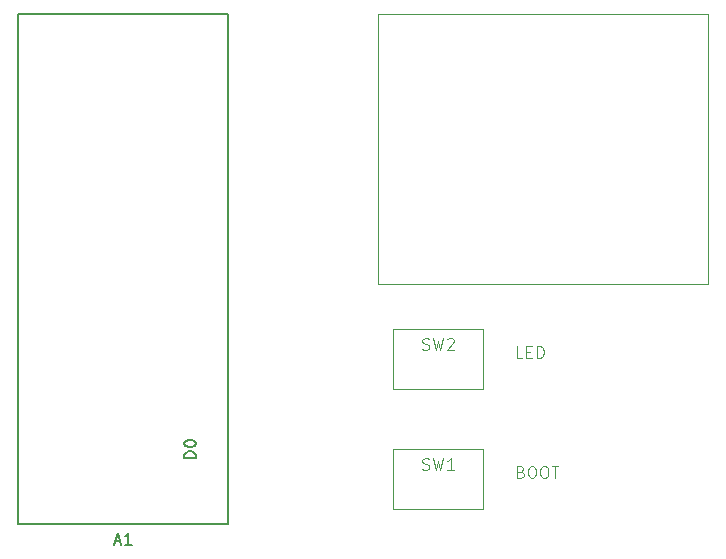
<source format=gbr>
%TF.GenerationSoftware,KiCad,Pcbnew,8.0.3-8.0.3-0~ubuntu22.04.1*%
%TF.CreationDate,2024-06-19T00:00:58-04:00*%
%TF.ProjectId,arduino-nano-esp32,61726475-696e-46f2-9d6e-616e6f2d6573,rev?*%
%TF.SameCoordinates,Original*%
%TF.FileFunction,Legend,Top*%
%TF.FilePolarity,Positive*%
%FSLAX46Y46*%
G04 Gerber Fmt 4.6, Leading zero omitted, Abs format (unit mm)*
G04 Created by KiCad (PCBNEW 8.0.3-8.0.3-0~ubuntu22.04.1) date 2024-06-19 00:00:58*
%MOMM*%
%LPD*%
G01*
G04 APERTURE LIST*
%ADD10C,0.100000*%
%ADD11C,0.150000*%
G04 APERTURE END LIST*
D10*
X142877217Y-111108609D02*
X143020074Y-111156228D01*
X143020074Y-111156228D02*
X143067693Y-111203847D01*
X143067693Y-111203847D02*
X143115312Y-111299085D01*
X143115312Y-111299085D02*
X143115312Y-111441942D01*
X143115312Y-111441942D02*
X143067693Y-111537180D01*
X143067693Y-111537180D02*
X143020074Y-111584800D01*
X143020074Y-111584800D02*
X142924836Y-111632419D01*
X142924836Y-111632419D02*
X142543884Y-111632419D01*
X142543884Y-111632419D02*
X142543884Y-110632419D01*
X142543884Y-110632419D02*
X142877217Y-110632419D01*
X142877217Y-110632419D02*
X142972455Y-110680038D01*
X142972455Y-110680038D02*
X143020074Y-110727657D01*
X143020074Y-110727657D02*
X143067693Y-110822895D01*
X143067693Y-110822895D02*
X143067693Y-110918133D01*
X143067693Y-110918133D02*
X143020074Y-111013371D01*
X143020074Y-111013371D02*
X142972455Y-111060990D01*
X142972455Y-111060990D02*
X142877217Y-111108609D01*
X142877217Y-111108609D02*
X142543884Y-111108609D01*
X143734360Y-110632419D02*
X143924836Y-110632419D01*
X143924836Y-110632419D02*
X144020074Y-110680038D01*
X144020074Y-110680038D02*
X144115312Y-110775276D01*
X144115312Y-110775276D02*
X144162931Y-110965752D01*
X144162931Y-110965752D02*
X144162931Y-111299085D01*
X144162931Y-111299085D02*
X144115312Y-111489561D01*
X144115312Y-111489561D02*
X144020074Y-111584800D01*
X144020074Y-111584800D02*
X143924836Y-111632419D01*
X143924836Y-111632419D02*
X143734360Y-111632419D01*
X143734360Y-111632419D02*
X143639122Y-111584800D01*
X143639122Y-111584800D02*
X143543884Y-111489561D01*
X143543884Y-111489561D02*
X143496265Y-111299085D01*
X143496265Y-111299085D02*
X143496265Y-110965752D01*
X143496265Y-110965752D02*
X143543884Y-110775276D01*
X143543884Y-110775276D02*
X143639122Y-110680038D01*
X143639122Y-110680038D02*
X143734360Y-110632419D01*
X144781979Y-110632419D02*
X144972455Y-110632419D01*
X144972455Y-110632419D02*
X145067693Y-110680038D01*
X145067693Y-110680038D02*
X145162931Y-110775276D01*
X145162931Y-110775276D02*
X145210550Y-110965752D01*
X145210550Y-110965752D02*
X145210550Y-111299085D01*
X145210550Y-111299085D02*
X145162931Y-111489561D01*
X145162931Y-111489561D02*
X145067693Y-111584800D01*
X145067693Y-111584800D02*
X144972455Y-111632419D01*
X144972455Y-111632419D02*
X144781979Y-111632419D01*
X144781979Y-111632419D02*
X144686741Y-111584800D01*
X144686741Y-111584800D02*
X144591503Y-111489561D01*
X144591503Y-111489561D02*
X144543884Y-111299085D01*
X144543884Y-111299085D02*
X144543884Y-110965752D01*
X144543884Y-110965752D02*
X144591503Y-110775276D01*
X144591503Y-110775276D02*
X144686741Y-110680038D01*
X144686741Y-110680038D02*
X144781979Y-110632419D01*
X145496265Y-110632419D02*
X146067693Y-110632419D01*
X145781979Y-111632419D02*
X145781979Y-110632419D01*
X143020074Y-101472419D02*
X142543884Y-101472419D01*
X142543884Y-101472419D02*
X142543884Y-100472419D01*
X143353408Y-100948609D02*
X143686741Y-100948609D01*
X143829598Y-101472419D02*
X143353408Y-101472419D01*
X143353408Y-101472419D02*
X143353408Y-100472419D01*
X143353408Y-100472419D02*
X143829598Y-100472419D01*
X144258170Y-101472419D02*
X144258170Y-100472419D01*
X144258170Y-100472419D02*
X144496265Y-100472419D01*
X144496265Y-100472419D02*
X144639122Y-100520038D01*
X144639122Y-100520038D02*
X144734360Y-100615276D01*
X144734360Y-100615276D02*
X144781979Y-100710514D01*
X144781979Y-100710514D02*
X144829598Y-100900990D01*
X144829598Y-100900990D02*
X144829598Y-101043847D01*
X144829598Y-101043847D02*
X144781979Y-101234323D01*
X144781979Y-101234323D02*
X144734360Y-101329561D01*
X144734360Y-101329561D02*
X144639122Y-101424800D01*
X144639122Y-101424800D02*
X144496265Y-101472419D01*
X144496265Y-101472419D02*
X144258170Y-101472419D01*
X134556667Y-100739800D02*
X134699524Y-100787419D01*
X134699524Y-100787419D02*
X134937619Y-100787419D01*
X134937619Y-100787419D02*
X135032857Y-100739800D01*
X135032857Y-100739800D02*
X135080476Y-100692180D01*
X135080476Y-100692180D02*
X135128095Y-100596942D01*
X135128095Y-100596942D02*
X135128095Y-100501704D01*
X135128095Y-100501704D02*
X135080476Y-100406466D01*
X135080476Y-100406466D02*
X135032857Y-100358847D01*
X135032857Y-100358847D02*
X134937619Y-100311228D01*
X134937619Y-100311228D02*
X134747143Y-100263609D01*
X134747143Y-100263609D02*
X134651905Y-100215990D01*
X134651905Y-100215990D02*
X134604286Y-100168371D01*
X134604286Y-100168371D02*
X134556667Y-100073133D01*
X134556667Y-100073133D02*
X134556667Y-99977895D01*
X134556667Y-99977895D02*
X134604286Y-99882657D01*
X134604286Y-99882657D02*
X134651905Y-99835038D01*
X134651905Y-99835038D02*
X134747143Y-99787419D01*
X134747143Y-99787419D02*
X134985238Y-99787419D01*
X134985238Y-99787419D02*
X135128095Y-99835038D01*
X135461429Y-99787419D02*
X135699524Y-100787419D01*
X135699524Y-100787419D02*
X135890000Y-100073133D01*
X135890000Y-100073133D02*
X136080476Y-100787419D01*
X136080476Y-100787419D02*
X136318572Y-99787419D01*
X136651905Y-99882657D02*
X136699524Y-99835038D01*
X136699524Y-99835038D02*
X136794762Y-99787419D01*
X136794762Y-99787419D02*
X137032857Y-99787419D01*
X137032857Y-99787419D02*
X137128095Y-99835038D01*
X137128095Y-99835038D02*
X137175714Y-99882657D01*
X137175714Y-99882657D02*
X137223333Y-99977895D01*
X137223333Y-99977895D02*
X137223333Y-100073133D01*
X137223333Y-100073133D02*
X137175714Y-100215990D01*
X137175714Y-100215990D02*
X136604286Y-100787419D01*
X136604286Y-100787419D02*
X137223333Y-100787419D01*
X134556667Y-110899800D02*
X134699524Y-110947419D01*
X134699524Y-110947419D02*
X134937619Y-110947419D01*
X134937619Y-110947419D02*
X135032857Y-110899800D01*
X135032857Y-110899800D02*
X135080476Y-110852180D01*
X135080476Y-110852180D02*
X135128095Y-110756942D01*
X135128095Y-110756942D02*
X135128095Y-110661704D01*
X135128095Y-110661704D02*
X135080476Y-110566466D01*
X135080476Y-110566466D02*
X135032857Y-110518847D01*
X135032857Y-110518847D02*
X134937619Y-110471228D01*
X134937619Y-110471228D02*
X134747143Y-110423609D01*
X134747143Y-110423609D02*
X134651905Y-110375990D01*
X134651905Y-110375990D02*
X134604286Y-110328371D01*
X134604286Y-110328371D02*
X134556667Y-110233133D01*
X134556667Y-110233133D02*
X134556667Y-110137895D01*
X134556667Y-110137895D02*
X134604286Y-110042657D01*
X134604286Y-110042657D02*
X134651905Y-109995038D01*
X134651905Y-109995038D02*
X134747143Y-109947419D01*
X134747143Y-109947419D02*
X134985238Y-109947419D01*
X134985238Y-109947419D02*
X135128095Y-109995038D01*
X135461429Y-109947419D02*
X135699524Y-110947419D01*
X135699524Y-110947419D02*
X135890000Y-110233133D01*
X135890000Y-110233133D02*
X136080476Y-110947419D01*
X136080476Y-110947419D02*
X136318572Y-109947419D01*
X137223333Y-110947419D02*
X136651905Y-110947419D01*
X136937619Y-110947419D02*
X136937619Y-109947419D01*
X136937619Y-109947419D02*
X136842381Y-110090276D01*
X136842381Y-110090276D02*
X136747143Y-110185514D01*
X136747143Y-110185514D02*
X136651905Y-110233133D01*
D11*
X108505714Y-117009104D02*
X108981904Y-117009104D01*
X108410476Y-117294819D02*
X108743809Y-116294819D01*
X108743809Y-116294819D02*
X109077142Y-117294819D01*
X109934285Y-117294819D02*
X109362857Y-117294819D01*
X109648571Y-117294819D02*
X109648571Y-116294819D01*
X109648571Y-116294819D02*
X109553333Y-116437676D01*
X109553333Y-116437676D02*
X109458095Y-116532914D01*
X109458095Y-116532914D02*
X109362857Y-116580533D01*
X115389819Y-109958094D02*
X114389819Y-109958094D01*
X114389819Y-109958094D02*
X114389819Y-109719999D01*
X114389819Y-109719999D02*
X114437438Y-109577142D01*
X114437438Y-109577142D02*
X114532676Y-109481904D01*
X114532676Y-109481904D02*
X114627914Y-109434285D01*
X114627914Y-109434285D02*
X114818390Y-109386666D01*
X114818390Y-109386666D02*
X114961247Y-109386666D01*
X114961247Y-109386666D02*
X115151723Y-109434285D01*
X115151723Y-109434285D02*
X115246961Y-109481904D01*
X115246961Y-109481904D02*
X115342200Y-109577142D01*
X115342200Y-109577142D02*
X115389819Y-109719999D01*
X115389819Y-109719999D02*
X115389819Y-109958094D01*
X114389819Y-108767618D02*
X114389819Y-108672380D01*
X114389819Y-108672380D02*
X114437438Y-108577142D01*
X114437438Y-108577142D02*
X114485057Y-108529523D01*
X114485057Y-108529523D02*
X114580295Y-108481904D01*
X114580295Y-108481904D02*
X114770771Y-108434285D01*
X114770771Y-108434285D02*
X115008866Y-108434285D01*
X115008866Y-108434285D02*
X115199342Y-108481904D01*
X115199342Y-108481904D02*
X115294580Y-108529523D01*
X115294580Y-108529523D02*
X115342200Y-108577142D01*
X115342200Y-108577142D02*
X115389819Y-108672380D01*
X115389819Y-108672380D02*
X115389819Y-108767618D01*
X115389819Y-108767618D02*
X115342200Y-108862856D01*
X115342200Y-108862856D02*
X115294580Y-108910475D01*
X115294580Y-108910475D02*
X115199342Y-108958094D01*
X115199342Y-108958094D02*
X115008866Y-109005713D01*
X115008866Y-109005713D02*
X114770771Y-109005713D01*
X114770771Y-109005713D02*
X114580295Y-108958094D01*
X114580295Y-108958094D02*
X114485057Y-108910475D01*
X114485057Y-108910475D02*
X114437438Y-108862856D01*
X114437438Y-108862856D02*
X114389819Y-108767618D01*
D10*
%TO.C,SW2*%
X132080000Y-99060000D02*
X139700000Y-99060000D01*
X132080000Y-104140000D02*
X132080000Y-99060000D01*
X139700000Y-99060000D02*
X139700000Y-104140000D01*
X139700000Y-104140000D02*
X132080000Y-104140000D01*
%TO.C,SW1*%
X132080000Y-109220000D02*
X139700000Y-109220000D01*
X132080000Y-114300000D02*
X132080000Y-109220000D01*
X139700000Y-109220000D02*
X139700000Y-114300000D01*
X139700000Y-114300000D02*
X132080000Y-114300000D01*
%TO.C,RFM95W1*%
X130810000Y-72390000D02*
X158750000Y-72390000D01*
X130810000Y-95250000D02*
X130810000Y-72390000D01*
X158750000Y-72390000D02*
X158750000Y-95250000D01*
X158750000Y-95250000D02*
X130810000Y-95250000D01*
D11*
%TO.C,A1*%
X118110000Y-72390000D02*
X100330000Y-72390000D01*
X100330000Y-115570000D02*
X100330000Y-72390000D01*
X118110000Y-115570000D02*
X100330000Y-115570000D01*
X118110000Y-115570000D02*
X118110000Y-72390000D01*
%TD*%
M02*

</source>
